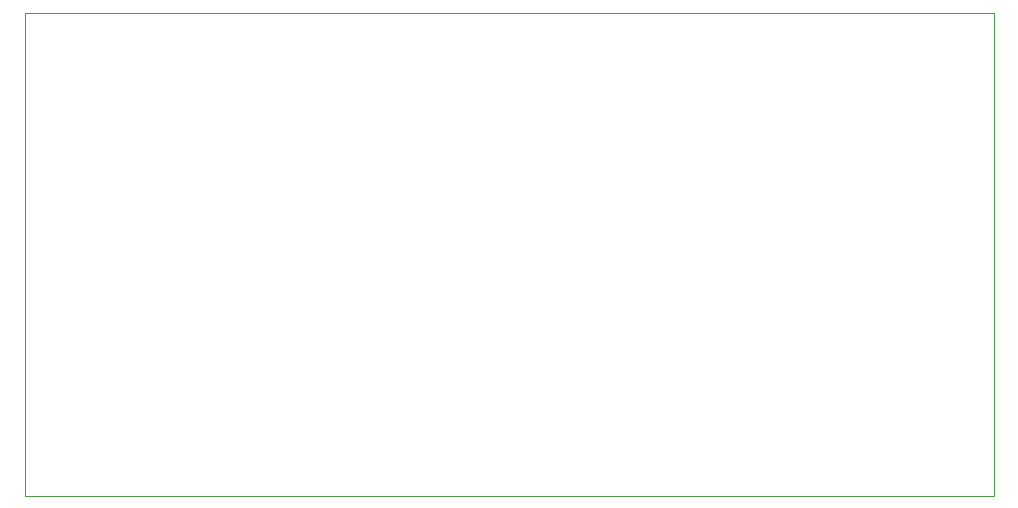
<source format=gbr>
G04 #@! TF.GenerationSoftware,KiCad,Pcbnew,(5.1.4-0-10_14)*
G04 #@! TF.CreationDate,2021-02-01T23:42:12+01:00*
G04 #@! TF.ProjectId,Display7447,44697370-6c61-4793-9734-34372e6b6963,rev?*
G04 #@! TF.SameCoordinates,Original*
G04 #@! TF.FileFunction,Profile,NP*
%FSLAX46Y46*%
G04 Gerber Fmt 4.6, Leading zero omitted, Abs format (unit mm)*
G04 Created by KiCad (PCBNEW (5.1.4-0-10_14)) date 2021-02-01 23:42:12*
%MOMM*%
%LPD*%
G04 APERTURE LIST*
%ADD10C,0.050000*%
G04 APERTURE END LIST*
D10*
X79248000Y-59182000D02*
X79248000Y-18288000D01*
X161290000Y-59182000D02*
X79248000Y-59182000D01*
X161290000Y-18288000D02*
X161290000Y-59182000D01*
X79248000Y-18288000D02*
X161290000Y-18288000D01*
M02*

</source>
